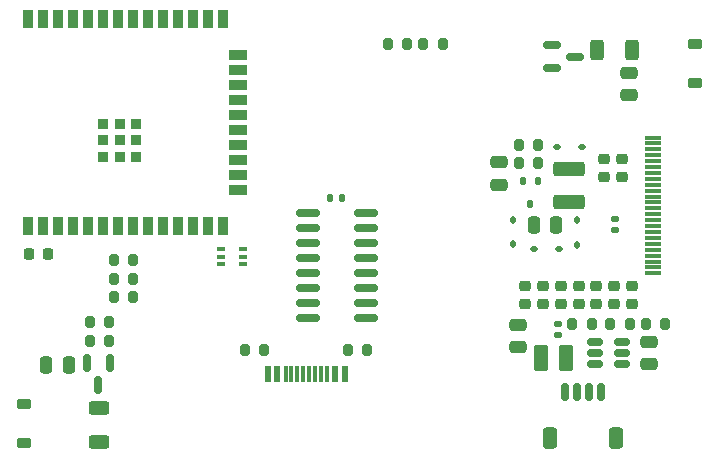
<source format=gbr>
%TF.GenerationSoftware,KiCad,Pcbnew,8.0.7*%
%TF.CreationDate,2025-01-23T23:10:57+01:00*%
%TF.ProjectId,scd30_esp,73636433-305f-4657-9370-2e6b69636164,rev?*%
%TF.SameCoordinates,Original*%
%TF.FileFunction,Paste,Top*%
%TF.FilePolarity,Positive*%
%FSLAX46Y46*%
G04 Gerber Fmt 4.6, Leading zero omitted, Abs format (unit mm)*
G04 Created by KiCad (PCBNEW 8.0.7) date 2025-01-23 23:10:57*
%MOMM*%
%LPD*%
G01*
G04 APERTURE LIST*
G04 Aperture macros list*
%AMRoundRect*
0 Rectangle with rounded corners*
0 $1 Rounding radius*
0 $2 $3 $4 $5 $6 $7 $8 $9 X,Y pos of 4 corners*
0 Add a 4 corners polygon primitive as box body*
4,1,4,$2,$3,$4,$5,$6,$7,$8,$9,$2,$3,0*
0 Add four circle primitives for the rounded corners*
1,1,$1+$1,$2,$3*
1,1,$1+$1,$4,$5*
1,1,$1+$1,$6,$7*
1,1,$1+$1,$8,$9*
0 Add four rect primitives between the rounded corners*
20,1,$1+$1,$2,$3,$4,$5,0*
20,1,$1+$1,$4,$5,$6,$7,0*
20,1,$1+$1,$6,$7,$8,$9,0*
20,1,$1+$1,$8,$9,$2,$3,0*%
G04 Aperture macros list end*
%ADD10RoundRect,0.200000X-0.200000X-0.275000X0.200000X-0.275000X0.200000X0.275000X-0.200000X0.275000X0*%
%ADD11RoundRect,0.225000X-0.250000X0.225000X-0.250000X-0.225000X0.250000X-0.225000X0.250000X0.225000X0*%
%ADD12RoundRect,0.225000X0.225000X0.250000X-0.225000X0.250000X-0.225000X-0.250000X0.225000X-0.250000X0*%
%ADD13RoundRect,0.140000X-0.170000X0.140000X-0.170000X-0.140000X0.170000X-0.140000X0.170000X0.140000X0*%
%ADD14R,1.400000X0.300000*%
%ADD15RoundRect,0.200000X0.200000X0.275000X-0.200000X0.275000X-0.200000X-0.275000X0.200000X-0.275000X0*%
%ADD16RoundRect,0.250000X0.625000X-0.312500X0.625000X0.312500X-0.625000X0.312500X-0.625000X-0.312500X0*%
%ADD17RoundRect,0.112500X0.112500X-0.187500X0.112500X0.187500X-0.112500X0.187500X-0.112500X-0.187500X0*%
%ADD18RoundRect,0.150000X-0.150000X-0.625000X0.150000X-0.625000X0.150000X0.625000X-0.150000X0.625000X0*%
%ADD19RoundRect,0.250000X-0.350000X-0.650000X0.350000X-0.650000X0.350000X0.650000X-0.350000X0.650000X0*%
%ADD20R,0.650000X0.400000*%
%ADD21R,0.600000X1.450000*%
%ADD22R,0.300000X1.450000*%
%ADD23RoundRect,0.150000X-0.587500X-0.150000X0.587500X-0.150000X0.587500X0.150000X-0.587500X0.150000X0*%
%ADD24RoundRect,0.150000X-0.825000X-0.150000X0.825000X-0.150000X0.825000X0.150000X-0.825000X0.150000X0*%
%ADD25RoundRect,0.250000X0.475000X-0.250000X0.475000X0.250000X-0.475000X0.250000X-0.475000X-0.250000X0*%
%ADD26RoundRect,0.250000X0.312500X0.625000X-0.312500X0.625000X-0.312500X-0.625000X0.312500X-0.625000X0*%
%ADD27R,0.900000X1.500000*%
%ADD28R,1.500000X0.900000*%
%ADD29R,0.900000X0.900000*%
%ADD30RoundRect,0.250000X-1.075000X0.375000X-1.075000X-0.375000X1.075000X-0.375000X1.075000X0.375000X0*%
%ADD31RoundRect,0.250000X-0.250000X-0.475000X0.250000X-0.475000X0.250000X0.475000X-0.250000X0.475000X0*%
%ADD32RoundRect,0.140000X0.140000X0.170000X-0.140000X0.170000X-0.140000X-0.170000X0.140000X-0.170000X0*%
%ADD33RoundRect,0.112500X-0.187500X-0.112500X0.187500X-0.112500X0.187500X0.112500X-0.187500X0.112500X0*%
%ADD34RoundRect,0.225000X-0.375000X0.225000X-0.375000X-0.225000X0.375000X-0.225000X0.375000X0.225000X0*%
%ADD35RoundRect,0.150000X-0.512500X-0.150000X0.512500X-0.150000X0.512500X0.150000X-0.512500X0.150000X0*%
%ADD36RoundRect,0.250000X0.250000X0.475000X-0.250000X0.475000X-0.250000X-0.475000X0.250000X-0.475000X0*%
%ADD37RoundRect,0.150000X-0.150000X0.587500X-0.150000X-0.587500X0.150000X-0.587500X0.150000X0.587500X0*%
%ADD38RoundRect,0.250000X0.375000X0.850000X-0.375000X0.850000X-0.375000X-0.850000X0.375000X-0.850000X0*%
%ADD39RoundRect,0.112500X0.112500X0.237500X-0.112500X0.237500X-0.112500X-0.237500X0.112500X-0.237500X0*%
%ADD40RoundRect,0.250000X-0.475000X0.250000X-0.475000X-0.250000X0.475000X-0.250000X0.475000X0.250000X0*%
%ADD41RoundRect,0.225000X0.375000X-0.225000X0.375000X0.225000X-0.375000X0.225000X-0.375000X-0.225000X0*%
G04 APERTURE END LIST*
D10*
%TO.C,R12*%
X144475000Y-82000000D03*
X146125000Y-82000000D03*
%TD*%
%TO.C,R9*%
X118275000Y-103450000D03*
X119925000Y-103450000D03*
%TD*%
D11*
%TO.C,C17*%
X161300000Y-91750000D03*
X161300000Y-93300000D03*
%TD*%
D12*
%TO.C,C5*%
X112675000Y-99800000D03*
X111125000Y-99800000D03*
%TD*%
D13*
%TO.C,C20*%
X160700000Y-96820000D03*
X160700000Y-97780000D03*
%TD*%
D10*
%TO.C,R3*%
X163315000Y-105700000D03*
X164965000Y-105700000D03*
%TD*%
D14*
%TO.C,J3*%
X163900000Y-101450000D03*
X163900000Y-100950000D03*
X163900000Y-100450000D03*
X163900000Y-99950000D03*
X163900000Y-99450000D03*
X163900000Y-98950000D03*
X163900000Y-98450000D03*
X163900000Y-97950000D03*
X163900000Y-97450000D03*
X163900000Y-96950000D03*
X163900000Y-96450000D03*
X163900000Y-95950000D03*
X163900000Y-95450000D03*
X163900000Y-94950000D03*
X163900000Y-94450000D03*
X163900000Y-93950000D03*
X163900000Y-93450000D03*
X163900000Y-92950000D03*
X163900000Y-92450000D03*
X163900000Y-91950000D03*
X163900000Y-91450000D03*
X163900000Y-90950000D03*
X163900000Y-90450000D03*
X163900000Y-89950000D03*
%TD*%
D11*
%TO.C,C16*%
X153137500Y-102525000D03*
X153137500Y-104075000D03*
%TD*%
D15*
%TO.C,R13*%
X143125000Y-82000000D03*
X141475000Y-82000000D03*
%TD*%
D10*
%TO.C,R4*%
X138075000Y-107950000D03*
X139725000Y-107950000D03*
%TD*%
D11*
%TO.C,C13*%
X157637500Y-102525000D03*
X157637500Y-104075000D03*
%TD*%
D15*
%TO.C,R6*%
X154225000Y-92100000D03*
X152575000Y-92100000D03*
%TD*%
D11*
%TO.C,C10*%
X162137500Y-102525000D03*
X162137500Y-104075000D03*
%TD*%
D16*
%TO.C,R16*%
X117000000Y-115762500D03*
X117000000Y-112837500D03*
%TD*%
D17*
%TO.C,D2*%
X152100000Y-99000000D03*
X152100000Y-96900000D03*
%TD*%
D18*
%TO.C,J4*%
X156500000Y-111500000D03*
X157500000Y-111500000D03*
X158500000Y-111500000D03*
X159500000Y-111500000D03*
D19*
X155200000Y-115375000D03*
X160800000Y-115375000D03*
%TD*%
D20*
%TO.C,Q3*%
X129250000Y-100700000D03*
X129250000Y-100050000D03*
X129250000Y-99400000D03*
X127350000Y-99400000D03*
X127350000Y-100050000D03*
X127350000Y-100700000D03*
%TD*%
D21*
%TO.C,J2*%
X131325000Y-109955000D03*
X132125000Y-109955000D03*
D22*
X133325000Y-109955000D03*
X134325000Y-109955000D03*
X134825000Y-109955000D03*
X135825000Y-109955000D03*
D21*
X137025000Y-109955000D03*
X137825000Y-109955000D03*
X137825000Y-109955000D03*
X137025000Y-109955000D03*
D22*
X136325000Y-109955000D03*
X135325000Y-109955000D03*
X133825000Y-109955000D03*
X132825000Y-109955000D03*
D21*
X132125000Y-109955000D03*
X131325000Y-109955000D03*
%TD*%
D23*
%TO.C,Q2*%
X155425000Y-82150000D03*
X155425000Y-84050000D03*
X157300000Y-83100000D03*
%TD*%
D10*
%TO.C,R1*%
X157100000Y-105700000D03*
X158750000Y-105700000D03*
%TD*%
D24*
%TO.C,U3*%
X134725000Y-96355000D03*
X134725000Y-97625000D03*
X134725000Y-98895000D03*
X134725000Y-100165000D03*
X134725000Y-101435000D03*
X134725000Y-102705000D03*
X134725000Y-103975000D03*
X134725000Y-105245000D03*
X139675000Y-105245000D03*
X139675000Y-103975000D03*
X139675000Y-102705000D03*
X139675000Y-101435000D03*
X139675000Y-100165000D03*
X139675000Y-98895000D03*
X139675000Y-97625000D03*
X139675000Y-96355000D03*
%TD*%
D11*
%TO.C,C15*%
X154637500Y-102525000D03*
X154637500Y-104075000D03*
%TD*%
D25*
%TO.C,C9*%
X150900000Y-93950000D03*
X150900000Y-92050000D03*
%TD*%
D11*
%TO.C,C18*%
X159800000Y-91750000D03*
X159800000Y-93300000D03*
%TD*%
D26*
%TO.C,R11*%
X162125000Y-82500000D03*
X159200000Y-82500000D03*
%TD*%
D27*
%TO.C,U2*%
X111050000Y-97450000D03*
X112320000Y-97450000D03*
X113590000Y-97450000D03*
X114860000Y-97450000D03*
X116130000Y-97450000D03*
X117400000Y-97450000D03*
X118670000Y-97450000D03*
X119940000Y-97450000D03*
X121210000Y-97450000D03*
X122480000Y-97450000D03*
X123750000Y-97450000D03*
X125020000Y-97450000D03*
X126290000Y-97450000D03*
X127560000Y-97450000D03*
D28*
X128810000Y-94420000D03*
X128810000Y-93150000D03*
X128810000Y-91880000D03*
X128810000Y-90610000D03*
X128810000Y-89340000D03*
X128810000Y-88070000D03*
X128810000Y-86800000D03*
X128810000Y-85530000D03*
X128810000Y-84260000D03*
X128810000Y-82990000D03*
D27*
X127560000Y-79950000D03*
X126290000Y-79950000D03*
X125020000Y-79950000D03*
X123750000Y-79950000D03*
X122480000Y-79950000D03*
X121210000Y-79950000D03*
X119940000Y-79950000D03*
X118670000Y-79950000D03*
X117400000Y-79950000D03*
X116130000Y-79950000D03*
X114860000Y-79950000D03*
X113590000Y-79950000D03*
X112320000Y-79950000D03*
X111050000Y-79950000D03*
D29*
X117370000Y-91600000D03*
X117370000Y-91600000D03*
X118770000Y-91600000D03*
X120170000Y-91600000D03*
X120170000Y-91600000D03*
X117370000Y-90200000D03*
X118770000Y-90200000D03*
X120170000Y-90200000D03*
X120170000Y-90200000D03*
X117370000Y-88800000D03*
X118770000Y-88800000D03*
X120170000Y-88800000D03*
%TD*%
D10*
%TO.C,R15*%
X116250000Y-107200000D03*
X117900000Y-107200000D03*
%TD*%
D30*
%TO.C,L2*%
X156800000Y-92650000D03*
X156800000Y-95450000D03*
%TD*%
D15*
%TO.C,R5*%
X131025000Y-107900000D03*
X129375000Y-107900000D03*
%TD*%
D11*
%TO.C,C11*%
X160637500Y-102525000D03*
X160637500Y-104075000D03*
%TD*%
D10*
%TO.C,R14*%
X116250000Y-105600000D03*
X117900000Y-105600000D03*
%TD*%
D25*
%TO.C,C2*%
X152500000Y-107700000D03*
X152500000Y-105800000D03*
%TD*%
D31*
%TO.C,C7*%
X112550000Y-109200000D03*
X114450000Y-109200000D03*
%TD*%
D32*
%TO.C,C4*%
X137575000Y-95095000D03*
X136615000Y-95095000D03*
%TD*%
D33*
%TO.C,D3*%
X153850000Y-99350000D03*
X155950000Y-99350000D03*
%TD*%
%TO.C,D1*%
X155800000Y-90750000D03*
X157900000Y-90750000D03*
%TD*%
D34*
%TO.C,D5*%
X167500000Y-82050000D03*
X167500000Y-85350000D03*
%TD*%
D13*
%TO.C,C1*%
X155900000Y-105720000D03*
X155900000Y-106680000D03*
%TD*%
D15*
%TO.C,R7*%
X154225000Y-90600000D03*
X152575000Y-90600000D03*
%TD*%
D35*
%TO.C,U1*%
X159062500Y-107260000D03*
X159062500Y-108210000D03*
X159062500Y-109160000D03*
X161337500Y-109160000D03*
X161337500Y-108210000D03*
X161337500Y-107260000D03*
%TD*%
D10*
%TO.C,R8*%
X118275000Y-101900000D03*
X119925000Y-101900000D03*
%TD*%
D11*
%TO.C,C14*%
X156137500Y-102525000D03*
X156137500Y-104075000D03*
%TD*%
D36*
%TO.C,C8*%
X155750000Y-97350000D03*
X153850000Y-97350000D03*
%TD*%
D17*
%TO.C,D4*%
X157500000Y-99050000D03*
X157500000Y-96950000D03*
%TD*%
D10*
%TO.C,R10*%
X118275000Y-100300000D03*
X119925000Y-100300000D03*
%TD*%
%TO.C,R2*%
X160315000Y-105700000D03*
X161965000Y-105700000D03*
%TD*%
D37*
%TO.C,Q4*%
X117925000Y-109062500D03*
X116025000Y-109062500D03*
X116975000Y-110937500D03*
%TD*%
D38*
%TO.C,L1*%
X156575000Y-108600000D03*
X154425000Y-108600000D03*
%TD*%
D39*
%TO.C,Q1*%
X154200000Y-93600000D03*
X152900000Y-93600000D03*
X153550000Y-95600000D03*
%TD*%
D25*
%TO.C,C3*%
X163600000Y-109160000D03*
X163600000Y-107260000D03*
%TD*%
D11*
%TO.C,C12*%
X159137500Y-102525000D03*
X159137500Y-104075000D03*
%TD*%
D40*
%TO.C,C6*%
X161900000Y-84450000D03*
X161900000Y-86350000D03*
%TD*%
D41*
%TO.C,D6*%
X110700000Y-115850000D03*
X110700000Y-112550000D03*
%TD*%
M02*

</source>
